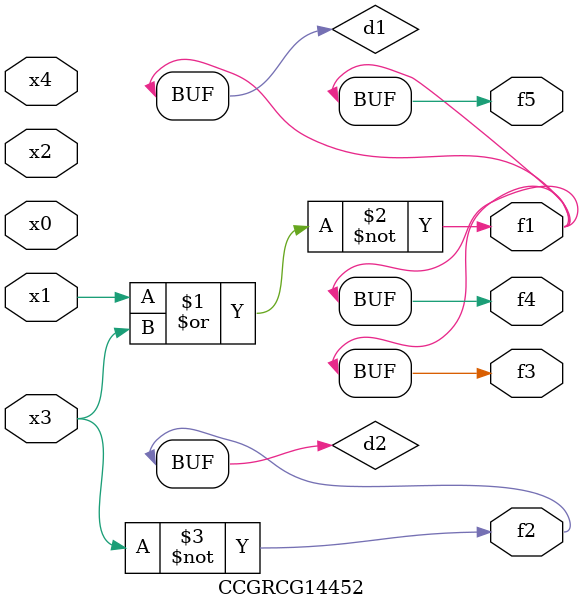
<source format=v>
module CCGRCG14452(
	input x0, x1, x2, x3, x4,
	output f1, f2, f3, f4, f5
);

	wire d1, d2;

	nor (d1, x1, x3);
	not (d2, x3);
	assign f1 = d1;
	assign f2 = d2;
	assign f3 = d1;
	assign f4 = d1;
	assign f5 = d1;
endmodule

</source>
